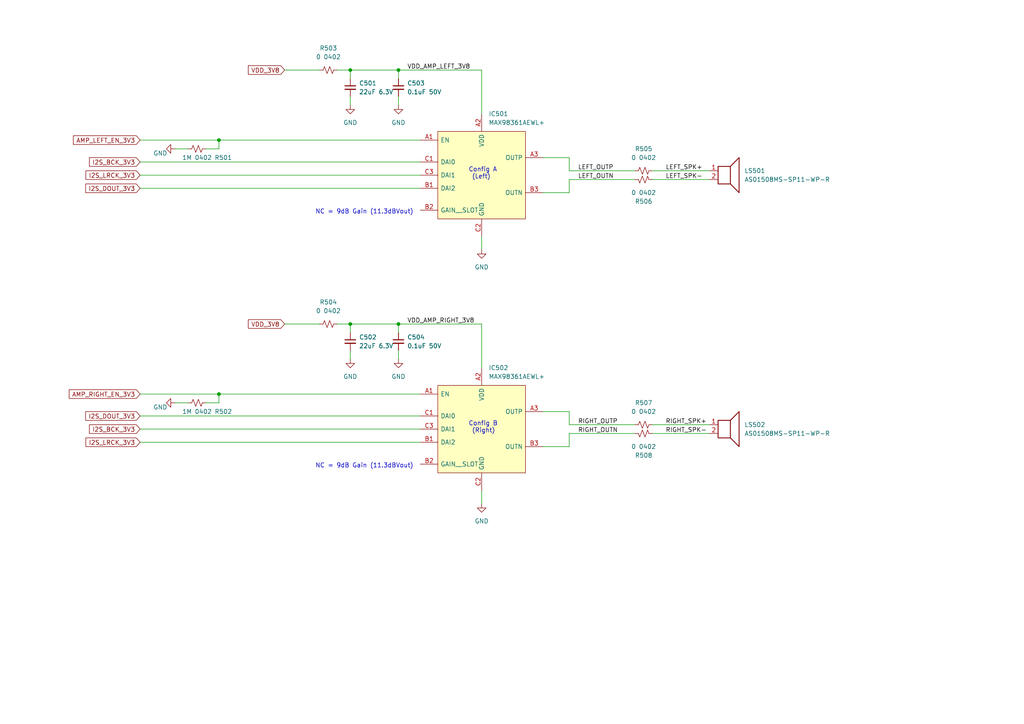
<source format=kicad_sch>
(kicad_sch (version 20211123) (generator eeschema)
  (paper "A4")
  (lib_symbols
    (symbol "Device:C_Small" (pin_numbers hide) (pin_names (offset 0.254) hide)
      (property "Reference" "C" (at 0.254 1.778 0))
      (property "Value" "C_Small" (at 0.254 -2.032 0))
      (symbol "C_Small_0_1"
        (polyline (pts (xy -1.524 -0.508) (xy 1.524 -0.508)) (stroke (width 0.3302)))
        (polyline (pts (xy -1.524 0.508) (xy 1.524 0.508)) (stroke (width 0.3048)))
      )
      (symbol "C_Small_1_1"
        (pin passive line (at 0 2.54 270) (length 2.032) (name "~") (number "1"))
        (pin passive line (at 0 -2.54 90) (length 2.032) (name "~") (number "2"))
      )
    )
    (symbol "Device:R_Small_US" (pin_numbers hide) (pin_names (offset 0.254) hide)
      (property "Reference" "R" (at 0.762 0.508 0))
      (property "Value" "R_Small_US" (at 0.762 -1.016 0))
      (symbol "R_Small_US_1_1"
        (polyline (pts (xy 0 0) (xy 1.016 -0.381) (xy 0 -0.762) (xy -1.016 -1.143) (xy 0 -1.524)))
        (polyline (pts (xy 0 1.524) (xy 1.016 1.143) (xy 0 0.762) (xy -1.016 0.381) (xy 0 0)))
        (pin passive line (at 0 2.54 270) (length 1.016) (name "~") (number "1"))
        (pin passive line (at 0 -2.54 90) (length 1.016) (name "~") (number "2"))
      )
    )
    (symbol "RK_Audio_Amplifiers:MAX98361AEWL+" (pin_names (offset 0.762))
      (property "Reference" "IC" (at 13.97 12.7 0))
      (property "Value" "MAX98361AEWL+" (at 45.72 5.08 0))
      (symbol "MAX98361AEWL+_0_0"
        (pin passive line (at -17.78 10.16 0) (length 5.08) (name "EN") (number "A1"))
        (pin passive line (at 0 17.78 270) (length 5.08) (name "VDD") (number "A2"))
        (pin passive line (at 17.78 5.08 180) (length 5.08) (name "OUTP") (number "A3"))
        (pin passive line (at -17.78 -3.81 0) (length 5.08) (name "DAI2") (number "B1"))
        (pin passive line (at -17.78 -10.16 0) (length 5.08) (name "GAIN__SLOT") (number "B2"))
        (pin passive line (at 17.78 -5.08 180) (length 5.08) (name "OUTN") (number "B3"))
        (pin passive line (at -17.78 3.81 0) (length 5.08) (name "DAI0") (number "C1"))
        (pin passive line (at 0 -17.78 90) (length 5.08) (name "GND") (number "C2"))
        (pin passive line (at -17.78 0 0) (length 5.08) (name "DAI1") (number "C3"))
      )
      (symbol "MAX98361AEWL+_0_1"
        (polyline (pts (xy -12.7 12.7) (xy 12.7 12.7) (xy 12.7 -12.7) (xy -12.7 -12.7) (xy -12.7 12.7)) (stroke (width 0.1524)) (fill (type background)))
      )
    )
    (symbol "RK_Speakers:AS01508MS-SP11-WP-R" (pin_names (offset 0) hide)
      (property "Reference" "LS" (at 1.27 7.62 0))
      (property "Value" "AS01508MS-SP11-WP-R" (at 12.7 5.08 0))
      (symbol "AS01508MS-SP11-WP-R_0_0"
        (rectangle (start -2.54 1.27) (end 1.016 -3.81) (stroke (width 0.254)))
        (polyline (pts (xy 1.016 1.27) (xy 3.556 3.81) (xy 3.556 -6.35) (xy 1.016 -3.81)) (stroke (width 0.254)))
      )
      (symbol "AS01508MS-SP11-WP-R_1_1"
        (pin input line (at -5.08 0 0) (length 2.54) (name "1") (number "1"))
        (pin input line (at -5.08 -2.54 0) (length 2.54) (name "2") (number "2"))
      )
    )
    (symbol "power:GND" (power) (pin_names (offset 0))
      (property "Value" "GND" (at 0 -3.81 0))
      (symbol "GND_0_1"
        (polyline (pts (xy 0 0) (xy 0 -1.27) (xy 1.27 -1.27) (xy 0 -2.54) (xy -1.27 -1.27) (xy 0 -1.27)))
      )
      (symbol "GND_1_1"
        (pin power_in line (at 0 0 270) (length 0) hide (name "GND") (number "1"))
      )
    )
  )
  (junction (at 101.6 93.98))
  (junction (at 101.6 20.32))
  (junction (at 115.57 93.98))
  (junction (at 115.57 20.32))
  (junction (at 63.5 40.64))
  (junction (at 63.5 114.3))
  (wire (pts (xy 165.1 52.07) (xy 184.15 52.07)))
  (wire (pts (xy 189.23 52.07) (xy 205.74 52.07)))
  (wire (pts (xy 101.6 22.86) (xy 101.6 20.32)))
  (wire (pts (xy 63.5 43.18) (xy 63.5 40.64)))
  (wire (pts (xy 101.6 96.52) (xy 101.6 93.98)))
  (wire (pts (xy 165.1 123.19) (xy 184.15 123.19)))
  (wire (pts (xy 40.64 124.46) (xy 121.92 124.46)))
  (wire (pts (xy 115.57 101.6) (xy 115.57 104.14)))
  (wire (pts (xy 97.79 20.32) (xy 101.6 20.32)))
  (wire (pts (xy 189.23 123.19) (xy 205.74 123.19)))
  (wire (pts (xy 115.57 93.98) (xy 139.7 93.98)))
  (wire (pts (xy 63.5 40.64) (xy 121.92 40.64)))
  (wire (pts (xy 165.1 49.53) (xy 184.15 49.53)))
  (wire (pts (xy 139.7 142.24) (xy 139.7 146.05)))
  (wire (pts (xy 165.1 129.54) (xy 157.48 129.54)))
  (wire (pts (xy 189.23 125.73) (xy 205.74 125.73)))
  (wire (pts (xy 50.8 116.84) (xy 54.61 116.84)))
  (wire (pts (xy 82.55 93.98) (xy 92.71 93.98)))
  (wire (pts (xy 40.64 114.3) (xy 63.5 114.3)))
  (wire (pts (xy 139.7 20.32) (xy 139.7 33.02)))
  (wire (pts (xy 59.69 116.84) (xy 63.5 116.84)))
  (wire (pts (xy 40.64 128.27) (xy 121.92 128.27)))
  (wire (pts (xy 165.1 49.53) (xy 165.1 45.72)))
  (wire (pts (xy 115.57 27.94) (xy 115.57 30.48)))
  (wire (pts (xy 139.7 68.58) (xy 139.7 72.39)))
  (wire (pts (xy 40.64 50.8) (xy 121.92 50.8)))
  (wire (pts (xy 63.5 116.84) (xy 63.5 114.3)))
  (wire (pts (xy 165.1 55.88) (xy 157.48 55.88)))
  (wire (pts (xy 101.6 93.98) (xy 115.57 93.98)))
  (wire (pts (xy 63.5 114.3) (xy 121.92 114.3)))
  (wire (pts (xy 189.23 49.53) (xy 205.74 49.53)))
  (wire (pts (xy 40.64 54.61) (xy 121.92 54.61)))
  (wire (pts (xy 82.55 20.32) (xy 92.71 20.32)))
  (wire (pts (xy 97.79 93.98) (xy 101.6 93.98)))
  (wire (pts (xy 115.57 20.32) (xy 115.57 22.86)))
  (wire (pts (xy 40.64 40.64) (xy 63.5 40.64)))
  (wire (pts (xy 165.1 123.19) (xy 165.1 119.38)))
  (wire (pts (xy 121.92 46.99) (xy 40.64 46.99)))
  (wire (pts (xy 115.57 93.98) (xy 115.57 96.52)))
  (wire (pts (xy 165.1 52.07) (xy 165.1 55.88)))
  (wire (pts (xy 40.64 120.65) (xy 121.92 120.65)))
  (wire (pts (xy 165.1 119.38) (xy 157.48 119.38)))
  (wire (pts (xy 50.8 43.18) (xy 54.61 43.18)))
  (wire (pts (xy 139.7 93.98) (xy 139.7 106.68)))
  (wire (pts (xy 165.1 125.73) (xy 165.1 129.54)))
  (wire (pts (xy 59.69 43.18) (xy 63.5 43.18)))
  (wire (pts (xy 101.6 101.6) (xy 101.6 104.14)))
  (wire (pts (xy 115.57 20.32) (xy 139.7 20.32)))
  (wire (pts (xy 101.6 27.94) (xy 101.6 30.48)))
  (wire (pts (xy 165.1 125.73) (xy 184.15 125.73)))
  (wire (pts (xy 101.6 20.32) (xy 115.57 20.32)))
  (wire (pts (xy 165.1 45.72) (xy 157.48 45.72)))
  (text "NC = 9dB Gain (11.3dBVout)" (at 91.44 62.23 0) (effects (font (size 1.27 1.27)) (justify left bottom)))
  (text "NC = 9dB Gain (11.3dBVout)" (at 91.44 135.89 0) (effects (font (size 1.27 1.27)) (justify left bottom)))
  (text "Config A\n (Left)" (at 135.89 52.07 0) (effects (font (size 1.27 1.27)) (justify left bottom)))
  (text "Config B\n (Right)" (at 135.89 125.73 0) (effects (font (size 1.27 1.27)) (justify left bottom)))
  (label "RIGHT_OUTN" (at 167.64 125.73 0))
  (label "LEFT_SPK+" (at 193.04 49.53 0))
  (label "LEFT_SPK-" (at 193.04 52.07 0))
  (label "VDD_AMP_LEFT_3V8" (at 118.11 20.32 0))
  (label "LEFT_OUTN" (at 167.64 52.07 0))
  (label "VDD_AMP_RIGHT_3V8" (at 118.11 93.98 0))
  (label "RIGHT_SPK+" (at 193.04 123.19 0))
  (label "RIGHT_SPK-" (at 193.04 125.73 0))
  (label "RIGHT_OUTP" (at 167.64 123.19 0))
  (label "LEFT_OUTP" (at 167.64 49.53 0))
  (global_label "VDD_3V8" (shape input) (at 82.55 93.98 180) (property "Intersheet References" "${INTERSHEET_REFS}" (effects hide)))
  (global_label "AMP_LEFT_EN_3V3" (shape input) (at 40.64 40.64 180) (property "Intersheet References" "${INTERSHEET_REFS}" (effects hide)))
  (global_label "I2S_LRCK_3V3" (shape input) (at 40.64 128.27 180) (property "Intersheet References" "${INTERSHEET_REFS}" (effects hide)))
  (global_label "I2S_LRCK_3V3" (shape input) (at 40.64 50.8 180) (property "Intersheet References" "${INTERSHEET_REFS}" (effects hide)))
  (global_label "I2S_BCK_3V3" (shape input) (at 40.64 46.99 180) (property "Intersheet References" "${INTERSHEET_REFS}" (effects hide)))
  (global_label "I2S_DOUT_3V3" (shape input) (at 40.64 54.61 180) (property "Intersheet References" "${INTERSHEET_REFS}" (effects hide)))
  (global_label "VDD_3V8" (shape input) (at 82.55 20.32 180) (property "Intersheet References" "${INTERSHEET_REFS}" (effects hide)))
  (global_label "AMP_RIGHT_EN_3V3" (shape input) (at 40.64 114.3 180) (property "Intersheet References" "${INTERSHEET_REFS}" (effects hide)))
  (global_label "I2S_BCK_3V3" (shape input) (at 40.64 124.46 180) (property "Intersheet References" "${INTERSHEET_REFS}" (effects hide)))
  (global_label "I2S_DOUT_3V3" (shape input) (at 40.64 120.65 180) (property "Intersheet References" "${INTERSHEET_REFS}" (effects hide)))
  (symbol (lib_id "power:GND") (at 101.6 30.48 0) (unit 1)
    (property "Reference" "#PWR0503" (effects hide))
    (property "Value" "GND" (at 101.6 35.56 0))
  )
  (symbol (lib_id "power:GND") (at 101.6 104.14 0) (unit 1)
    (property "Reference" "#PWR0504" (effects hide))
    (property "Value" "GND" (at 101.6 109.22 0))
  )
  (symbol (lib_id "Device:R_Small_US") (at 95.25 93.98 90) (unit 1)
    (property "Reference" "R504" (at 95.25 87.63 90))
    (property "Value" "0 0402" (at 95.25 90.17 90))
    (property "Footprint" "Resistor_SMD:R_0402_1005Metric" (effects hide))
    (property "JLC_Cost" "0.0005" (effects hide))
    (property "JLC_MPN" "0402WGF0000TCE" (effects hide))
    (property "JLC_Manufacturer" "UNI-ROYAL(Uniroyal Elec)" (effects hide))
    (property "JLC_PN" "C17168" (effects hide))
    (property "JLC_Type" "Basic" (effects hide))
    (property "Description" "Res 0402 0ohm" (effects hide))
  )
  (symbol (lib_id "Device:R_Small_US") (at 186.69 49.53 90) (unit 1)
    (property "Reference" "R505" (at 186.69 43.18 90))
    (property "Value" "0 0402" (at 186.69 45.72 90))
    (property "Footprint" "Resistor_SMD:R_0402_1005Metric" (effects hide))
    (property "JLC_Cost" "0.0005" (effects hide))
    (property "JLC_MPN" "0402WGF0000TCE" (effects hide))
    (property "JLC_Manufacturer" "UNI-ROYAL(Uniroyal Elec)" (effects hide))
    (property "JLC_PN" "C17168" (effects hide))
    (property "JLC_Type" "Basic" (effects hide))
    (property "Description" "Res 0402 0ohm" (effects hide))
  )
  (symbol (lib_id "Device:C_Small") (at 115.57 99.06 0) (unit 1)
    (property "Reference" "C504" (at 118.11 97.7962 0) (effects (justify left)))
    (property "Value" "0.1uF 50V" (at 118.11 100.3362 0) (effects (justify left)))
    (property "Footprint" "Capacitor_SMD:C_0402_1005Metric" (effects hide))
    (property "JLC_Cost" "0.0061" (effects hide))
    (property "JLC_MPN" "CL05B104KB54PNC" (effects hide))
    (property "JLC_Manufacturer" "Samsung Electro-Mechanics" (effects hide))
    (property "JLC_PN" "C307331" (effects hide))
    (property "JLC_Type" "Basic" (effects hide))
    (property "Description" "MLCC 0402 X7R 100nF 50V" (effects hide))
  )
  (symbol (lib_id "power:GND") (at 50.8 43.18 270) (unit 1)
    (property "Reference" "#PWR0501" (effects hide))
    (property "Value" "GND" (at 44.45 44.45 90) (effects (justify left)))
  )
  (symbol (lib_id "Device:C_Small") (at 101.6 25.4 0) (unit 1)
    (property "Reference" "C501" (at 104.14 24.1362 0) (effects (justify left)))
    (property "Value" "22uF 6.3V" (at 104.14 26.6762 0) (effects (justify left)))
    (property "Footprint" "Capacitor_SMD:C_0603_1608Metric" (effects hide))
    (property "JLC_Cost" "0.0044" (effects hide))
    (property "JLC_MPN" "CL10A226MQ8NRNC" (effects hide))
    (property "JLC_Manufacturer" "Samsung Electro-Mechanics" (effects hide))
    (property "JLC_PN" "C59461" (effects hide))
    (property "JLC_Type" "Basic" (effects hide))
    (property "Description" "MLCC 0603 X5R 22uF 6.3V" (effects hide))
  )
  (symbol (lib_id "Device:C_Small") (at 115.57 25.4 0) (unit 1)
    (property "Reference" "C503" (at 118.11 24.1362 0) (effects (justify left)))
    (property "Value" "0.1uF 50V" (at 118.11 26.6762 0) (effects (justify left)))
    (property "Footprint" "Capacitor_SMD:C_0402_1005Metric" (effects hide))
    (property "JLC_Cost" "0.0061" (effects hide))
    (property "JLC_MPN" "CL05B104KB54PNC" (effects hide))
    (property "JLC_Manufacturer" "Samsung Electro-Mechanics" (effects hide))
    (property "JLC_PN" "C307331" (effects hide))
    (property "JLC_Type" "Basic" (effects hide))
    (property "Description" "MLCC 0402 X7R 100nF 50V" (effects hide))
  )
  (symbol (lib_id "RK_Audio_Amplifiers:MAX98361AEWL+") (at 139.7 50.8 0) (unit 1)
    (property "Reference" "IC501" (at 141.7194 33.02 0) (effects (justify left)))
    (property "Value" "MAX98361AEWL+" (at 141.7194 35.56 0) (effects (justify left)))
    (property "Footprint" "RK_Packages_BGA:BGA9C40P3X3_144X135X69" (effects hide))
    (property "Datasheet" "https://datasheets.maximintegrated.com/en/ds/MAX98361.pdf" (effects hide))
    (property "Description" "Tiny, Cost-Effective, Plug-and-Play Digital Class-D Amplifier" (effects hide))
    (property "Height" "0.69" (effects hide))
    (property "Manufacturer_Name" "Maxim Integrated" (effects hide))
    (property "Manufacturer_Part_Number" "MAX98361AEWL+" (effects hide))
  )
  (symbol (lib_id "RK_Speakers:AS01508MS-SP11-WP-R") (at 210.82 123.19 0) (unit 1)
    (property "Reference" "LS502" (at 215.9 123.1899 0) (effects (justify left)))
    (property "Value" "AS01508MS-SP11-WP-R" (at 215.9 125.7299 0) (effects (justify left)))
    (property "Footprint" "RK_Speakers:AS01508MS-SP11-WP-R" (effects hide))
    (property "Datasheet" "https://api.puiaudio.com/file/441864f7-8d6b-4262-a6dc-749d3231190f.pdf" (effects hide))
    (property "Description" "Speaker 8 Ohm SMD" (effects hide))
  )
  (symbol (lib_id "Device:R_Small_US") (at 57.15 43.18 270) (unit 1)
    (property "Reference" "R501" (at 64.77 45.72 90))
    (property "Value" "1M 0402" (at 57.15 45.72 90))
    (property "Footprint" "Resistor_SMD:R_0402_1005Metric" (effects hide))
    (property "JLC_Cost" "0.0005" (effects hide))
    (property "JLC_MPN" "0402WGF1004TCE" (effects hide))
    (property "JLC_Manufacturer" "UNI-ROYAL(Uniroyal Elec)" (effects hide))
    (property "JLC_PN" "C26083" (effects hide))
    (property "JLC_Type" "Basic" (effects hide))
    (property "Description" "Res 0402 1Mega ohm 1%" (effects hide))
  )
  (symbol (lib_id "RK_Audio_Amplifiers:MAX98361AEWL+") (at 139.7 124.46 0) (unit 1)
    (property "Reference" "IC502" (at 141.7194 106.68 0) (effects (justify left)))
    (property "Value" "MAX98361AEWL+" (at 141.7194 109.22 0) (effects (justify left)))
    (property "Footprint" "RK_Packages_BGA:BGA9C40P3X3_144X135X69" (effects hide))
    (property "Datasheet" "https://datasheets.maximintegrated.com/en/ds/MAX98361.pdf" (effects hide))
    (property "Description" "Tiny, Cost-Effective, Plug-and-Play Digital Class-D Amplifier" (effects hide))
    (property "Height" "0.69" (effects hide))
    (property "Manufacturer_Name" "Maxim Integrated" (effects hide))
    (property "Manufacturer_Part_Number" "MAX98361AEWL+" (effects hide))
  )
  (symbol (lib_id "Device:R_Small_US") (at 186.69 125.73 90) (mirror x) (unit 1)
    (property "Reference" "R508" (at 186.69 132.08 90))
    (property "Value" "0 0402" (at 186.69 129.54 90))
    (property "Footprint" "Resistor_SMD:R_0402_1005Metric" (effects hide))
    (property "JLC_Cost" "0.0005" (effects hide))
    (property "JLC_MPN" "0402WGF0000TCE" (effects hide))
    (property "JLC_Manufacturer" "UNI-ROYAL(Uniroyal Elec)" (effects hide))
    (property "JLC_PN" "C17168" (effects hide))
    (property "JLC_Type" "Basic" (effects hide))
    (property "Description" "Res 0402 0ohm" (effects hide))
  )
  (symbol (lib_id "Device:R_Small_US") (at 95.25 20.32 90) (unit 1)
    (property "Reference" "R503" (at 95.25 13.97 90))
    (property "Value" "0 0402" (at 95.25 16.51 90))
    (property "Footprint" "Resistor_SMD:R_0402_1005Metric" (effects hide))
    (property "JLC_Cost" "0.0005" (effects hide))
    (property "JLC_MPN" "0402WGF0000TCE" (effects hide))
    (property "JLC_Manufacturer" "UNI-ROYAL(Uniroyal Elec)" (effects hide))
    (property "JLC_PN" "C17168" (effects hide))
    (property "JLC_Type" "Basic" (effects hide))
    (property "Description" "Res 0402 0ohm" (effects hide))
  )
  (symbol (lib_id "Device:R_Small_US") (at 57.15 116.84 270) (unit 1)
    (property "Reference" "R502" (at 64.77 119.38 90))
    (property "Value" "1M 0402" (at 57.15 119.38 90))
    (property "Footprint" "Resistor_SMD:R_0402_1005Metric" (effects hide))
    (property "JLC_Cost" "0.0005" (effects hide))
    (property "JLC_MPN" "0402WGF1004TCE" (effects hide))
    (property "JLC_Manufacturer" "UNI-ROYAL(Uniroyal Elec)" (effects hide))
    (property "JLC_PN" "C26083" (effects hide))
    (property "JLC_Type" "Basic" (effects hide))
    (property "Description" "Res 0402 1Mega ohm 1%" (effects hide))
  )
  (symbol (lib_id "power:GND") (at 139.7 146.05 0) (unit 1)
    (property "Reference" "#PWR0508" (effects hide))
    (property "Value" "GND" (at 139.7 151.13 0))
  )
  (symbol (lib_id "Device:C_Small") (at 101.6 99.06 0) (unit 1)
    (property "Reference" "C502" (at 104.14 97.7962 0) (effects (justify left)))
    (property "Value" "22uF 6.3V" (at 104.14 100.3362 0) (effects (justify left)))
    (property "Footprint" "Capacitor_SMD:C_0603_1608Metric" (effects hide))
    (property "JLC_Cost" "0.0044" (effects hide))
    (property "JLC_MPN" "CL10A226MQ8NRNC" (effects hide))
    (property "JLC_Manufacturer" "Samsung Electro-Mechanics" (effects hide))
    (property "JLC_PN" "C59461" (effects hide))
    (property "JLC_Type" "Basic" (effects hide))
    (property "Description" "MLCC 0603 X5R 22uF 6.3V" (effects hide))
  )
  (symbol (lib_id "power:GND") (at 115.57 30.48 0) (unit 1)
    (property "Reference" "#PWR0505" (effects hide))
    (property "Value" "GND" (at 115.57 35.56 0))
  )
  (symbol (lib_id "RK_Speakers:AS01508MS-SP11-WP-R") (at 210.82 49.53 0) (unit 1)
    (property "Reference" "LS501" (at 215.9 49.5299 0) (effects (justify left)))
    (property "Value" "AS01508MS-SP11-WP-R" (at 215.9 52.0699 0) (effects (justify left)))
    (property "Footprint" "RK_Speakers:AS01508MS-SP11-WP-R" (effects hide))
    (property "Datasheet" "https://api.puiaudio.com/file/441864f7-8d6b-4262-a6dc-749d3231190f.pdf" (effects hide))
    (property "Description" "Speaker 8 Ohm SMD" (effects hide))
  )
  (symbol (lib_id "power:GND") (at 50.8 116.84 270) (unit 1)
    (property "Reference" "#PWR0502" (effects hide))
    (property "Value" "GND" (at 44.45 118.11 90) (effects (justify left)))
  )
  (symbol (lib_id "Device:R_Small_US") (at 186.69 123.19 90) (unit 1)
    (property "Reference" "R507" (at 186.69 116.84 90))
    (property "Value" "0 0402" (at 186.69 119.38 90))
    (property "Footprint" "Resistor_SMD:R_0402_1005Metric" (effects hide))
    (property "JLC_Cost" "0.0005" (effects hide))
    (property "JLC_MPN" "0402WGF0000TCE" (effects hide))
    (property "JLC_Manufacturer" "UNI-ROYAL(Uniroyal Elec)" (effects hide))
    (property "JLC_PN" "C17168" (effects hide))
    (property "JLC_Type" "Basic" (effects hide))
    (property "Description" "Res 0402 0ohm" (effects hide))
  )
  (symbol (lib_id "Device:R_Small_US") (at 186.69 52.07 90) (mirror x) (unit 1)
    (property "Reference" "R506" (at 186.69 58.42 90))
    (property "Value" "0 0402" (at 186.69 55.88 90))
    (property "Footprint" "Resistor_SMD:R_0402_1005Metric" (effects hide))
    (property "JLC_Cost" "0.0005" (effects hide))
    (property "JLC_MPN" "0402WGF0000TCE" (effects hide))
    (property "JLC_Manufacturer" "UNI-ROYAL(Uniroyal Elec)" (effects hide))
    (property "JLC_PN" "C17168" (effects hide))
    (property "JLC_Type" "Basic" (effects hide))
    (property "Description" "Res 0402 0ohm" (effects hide))
  )
  (symbol (lib_id "power:GND") (at 139.7 72.39 0) (unit 1)
    (property "Reference" "#PWR0507" (effects hide))
    (property "Value" "GND" (at 139.7 77.47 0))
  )
  (symbol (lib_id "power:GND") (at 115.57 104.14 0) (unit 1)
    (property "Reference" "#PWR0506" (effects hide))
    (property "Value" "GND" (at 115.57 109.22 0))
  )
)
</source>
